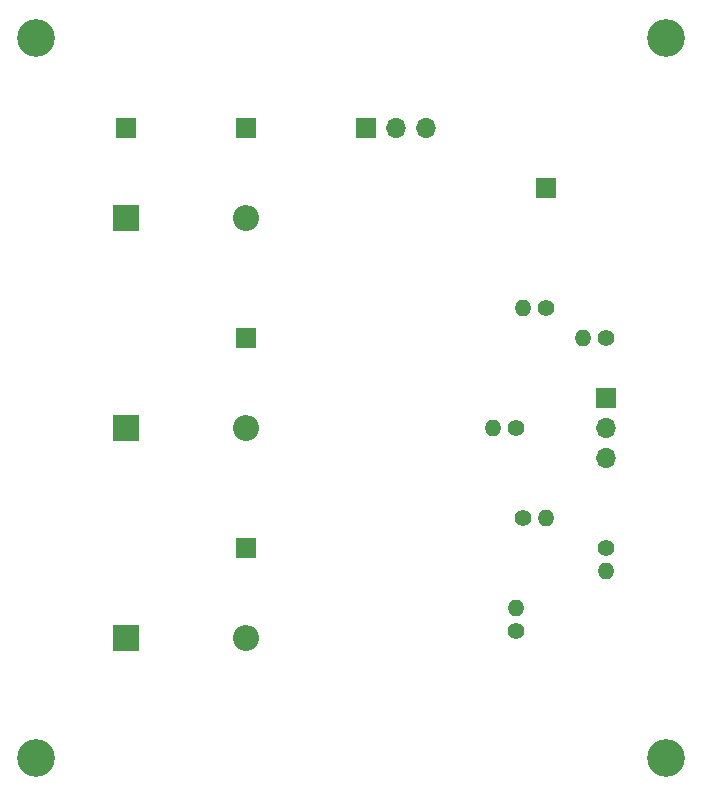
<source format=gbr>
%TF.GenerationSoftware,KiCad,Pcbnew,(6.0.1-0)*%
%TF.CreationDate,2022-02-23T15:31:50-05:00*%
%TF.ProjectId,PCB - Controls,50434220-2d20-4436-9f6e-74726f6c732e,rev?*%
%TF.SameCoordinates,Original*%
%TF.FileFunction,Soldermask,Bot*%
%TF.FilePolarity,Negative*%
%FSLAX46Y46*%
G04 Gerber Fmt 4.6, Leading zero omitted, Abs format (unit mm)*
G04 Created by KiCad (PCBNEW (6.0.1-0)) date 2022-02-23 15:31:50*
%MOMM*%
%LPD*%
G01*
G04 APERTURE LIST*
%ADD10C,1.400000*%
%ADD11O,1.400000X1.400000*%
%ADD12R,1.700000X1.700000*%
%ADD13O,1.700000X1.700000*%
%ADD14C,3.200000*%
%ADD15R,2.200000X2.200000*%
%ADD16O,2.200000X2.200000*%
G04 APERTURE END LIST*
D10*
%TO.C,R6*%
X162560000Y-86360000D03*
D11*
X160660000Y-86360000D03*
%TD*%
D10*
%TO.C,R5*%
X170180000Y-78740000D03*
D11*
X168280000Y-78740000D03*
%TD*%
D10*
%TO.C,R4*%
X170180000Y-96520000D03*
D11*
X170180000Y-98420000D03*
%TD*%
D12*
%TO.C,J6*%
X149860000Y-60960000D03*
D13*
X152400000Y-60960000D03*
X154940000Y-60960000D03*
%TD*%
D14*
%TO.C,REF\u002A\u002A*%
X121920000Y-114300000D03*
%TD*%
D15*
%TO.C,D2*%
X129540000Y-86360000D03*
D16*
X139700000Y-86360000D03*
%TD*%
D10*
%TO.C,R1*%
X165100000Y-76200000D03*
D11*
X163200000Y-76200000D03*
%TD*%
D12*
%TO.C,J2*%
X139700000Y-60960000D03*
%TD*%
D14*
%TO.C,REF\u002A\u002A*%
X121920000Y-53340000D03*
%TD*%
%TO.C,REF\u002A\u002A*%
X175260000Y-53340000D03*
%TD*%
D15*
%TO.C,D3*%
X129540000Y-104140000D03*
D16*
X139700000Y-104140000D03*
%TD*%
D10*
%TO.C,R2*%
X163200000Y-93980000D03*
D11*
X165100000Y-93980000D03*
%TD*%
D14*
%TO.C,REF\u002A\u002A*%
X175260000Y-114300000D03*
%TD*%
D15*
%TO.C,D1*%
X129540000Y-68580000D03*
D16*
X139700000Y-68580000D03*
%TD*%
D10*
%TO.C,R3*%
X162560000Y-103500000D03*
D11*
X162560000Y-101600000D03*
%TD*%
D12*
%TO.C,J8*%
X165100000Y-66040000D03*
%TD*%
%TO.C,J4*%
X139700000Y-96520000D03*
%TD*%
%TO.C,J5*%
X129540000Y-60960000D03*
%TD*%
%TO.C,J3*%
X139700000Y-78740000D03*
%TD*%
%TO.C,J1*%
X170180000Y-83820000D03*
D13*
X170180000Y-86360000D03*
X170180000Y-88900000D03*
%TD*%
M02*

</source>
